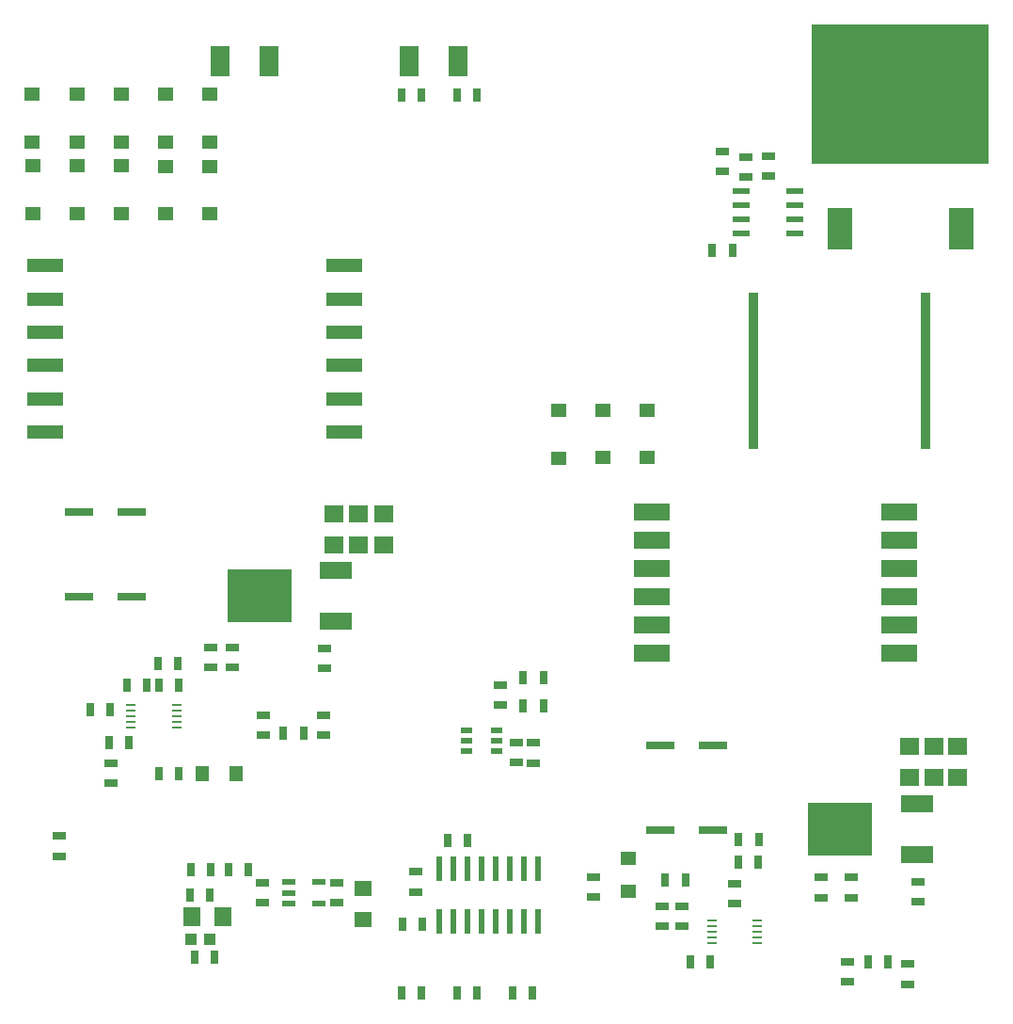
<source format=gtp>
G75*
%MOIN*%
%OFA0B0*%
%FSLAX25Y25*%
%IPPOS*%
%LPD*%
%AMOC8*
5,1,8,0,0,1.08239X$1,22.5*
%
%ADD10R,0.03150X0.04724*%
%ADD11R,0.05787X0.05000*%
%ADD12R,0.11811X0.06299*%
%ADD13R,0.22500X0.19000*%
%ADD14R,0.04724X0.03150*%
%ADD15R,0.07087X0.06299*%
%ADD16R,0.03445X0.00984*%
%ADD17R,0.13000X0.05000*%
%ADD18R,0.04724X0.05512*%
%ADD19R,0.13000X0.06000*%
%ADD20R,0.05512X0.04724*%
%ADD21R,0.04134X0.02362*%
%ADD22R,0.06102X0.02362*%
%ADD23R,0.04331X0.03937*%
%ADD24R,0.06299X0.07087*%
%ADD25R,0.10236X0.03150*%
%ADD26R,0.09134X0.15000*%
%ADD27R,0.62795X0.49409*%
%ADD28R,0.03543X0.55512*%
%ADD29R,0.02208X0.08583*%
%ADD30R,0.07087X0.10630*%
%ADD31R,0.04724X0.02362*%
%ADD32R,0.06299X0.05512*%
D10*
X0102279Y0038233D03*
X0109365Y0038233D03*
X0107680Y0060252D03*
X0100594Y0060252D03*
X0100890Y0069203D03*
X0107976Y0069203D03*
X0114090Y0069203D03*
X0121176Y0069203D03*
X0096541Y0103149D03*
X0089454Y0103149D03*
X0078954Y0114345D03*
X0071868Y0114345D03*
X0072243Y0126103D03*
X0065156Y0126103D03*
X0078194Y0134734D03*
X0085280Y0134734D03*
X0089476Y0134646D03*
X0096562Y0134646D03*
X0096269Y0142152D03*
X0089182Y0142152D03*
X0133690Y0117732D03*
X0140776Y0117732D03*
X0191957Y0079543D03*
X0199044Y0079543D03*
X0182902Y0049795D03*
X0175816Y0049795D03*
X0175422Y0025606D03*
X0182509Y0025606D03*
X0195107Y0025606D03*
X0202194Y0025606D03*
X0214792Y0025606D03*
X0221879Y0025606D03*
X0269049Y0065484D03*
X0276135Y0065484D03*
X0294931Y0072060D03*
X0302017Y0072060D03*
X0302117Y0079960D03*
X0295031Y0079960D03*
X0284871Y0036630D03*
X0277784Y0036630D03*
X0340776Y0036630D03*
X0347863Y0036630D03*
X0225816Y0127181D03*
X0218729Y0127181D03*
X0218729Y0137417D03*
X0225816Y0137417D03*
X0285658Y0288598D03*
X0292745Y0288598D03*
X0202194Y0343717D03*
X0195107Y0343717D03*
X0182509Y0343717D03*
X0175422Y0343717D03*
D11*
X0107668Y0343957D03*
X0091920Y0343957D03*
X0076172Y0343957D03*
X0060424Y0343957D03*
X0044676Y0343957D03*
X0044676Y0327028D03*
X0045054Y0318439D03*
X0060625Y0318490D03*
X0060424Y0327028D03*
X0076172Y0327028D03*
X0076225Y0318490D03*
X0091920Y0318367D03*
X0091920Y0327028D03*
X0107668Y0327028D03*
X0107668Y0318367D03*
X0107668Y0301438D03*
X0091920Y0301438D03*
X0076225Y0301561D03*
X0060625Y0301561D03*
X0045054Y0301510D03*
X0231343Y0232030D03*
X0246915Y0232080D03*
X0262515Y0232080D03*
X0262515Y0215151D03*
X0246915Y0215151D03*
X0231343Y0215101D03*
D12*
X0152331Y0175202D03*
X0152331Y0157249D03*
X0358180Y0092499D03*
X0358180Y0074546D03*
D13*
X0331022Y0083523D03*
X0125173Y0166225D03*
D14*
X0054099Y0074060D03*
X0054099Y0081146D03*
X0072666Y0100016D03*
X0072666Y0107102D03*
X0107989Y0140882D03*
X0107989Y0147969D03*
X0115639Y0147969D03*
X0115639Y0140882D03*
X0126603Y0124031D03*
X0126603Y0116945D03*
X0147863Y0116945D03*
X0147863Y0124031D03*
X0148294Y0140682D03*
X0148294Y0147769D03*
X0210461Y0134661D03*
X0210461Y0127575D03*
X0216367Y0114431D03*
X0222272Y0114189D03*
X0216367Y0107345D03*
X0222272Y0107102D03*
X0243532Y0066551D03*
X0243532Y0059465D03*
X0267854Y0056243D03*
X0267854Y0049157D03*
X0275034Y0049196D03*
X0275034Y0056283D03*
X0293674Y0057117D03*
X0293674Y0064203D03*
X0324074Y0066466D03*
X0324074Y0059380D03*
X0334874Y0059380D03*
X0334874Y0066466D03*
X0358474Y0065066D03*
X0358474Y0057980D03*
X0354950Y0035843D03*
X0354950Y0028756D03*
X0333690Y0029543D03*
X0333690Y0036630D03*
X0180556Y0061433D03*
X0180556Y0068520D03*
X0152587Y0064583D03*
X0152587Y0057496D03*
X0126209Y0057496D03*
X0126209Y0064583D03*
X0289202Y0316551D03*
X0289202Y0323638D03*
X0297724Y0321754D03*
X0305598Y0321984D03*
X0305598Y0314898D03*
X0297724Y0314668D03*
D15*
X0169125Y0195337D03*
X0160325Y0195337D03*
X0151725Y0195337D03*
X0151725Y0184313D03*
X0160325Y0184313D03*
X0169125Y0184313D03*
X0355474Y0113035D03*
X0364074Y0113035D03*
X0372474Y0113035D03*
X0372474Y0102011D03*
X0364074Y0102011D03*
X0355474Y0102011D03*
D16*
X0301654Y0051164D03*
X0301654Y0049195D03*
X0301654Y0047227D03*
X0301654Y0045258D03*
X0301654Y0043290D03*
X0285414Y0043290D03*
X0285414Y0045258D03*
X0285414Y0047227D03*
X0285414Y0049195D03*
X0285414Y0051164D03*
X0095805Y0119655D03*
X0095805Y0121624D03*
X0095805Y0123592D03*
X0095805Y0125561D03*
X0095805Y0127529D03*
X0079565Y0127529D03*
X0079565Y0125561D03*
X0079565Y0123592D03*
X0079565Y0121624D03*
X0079565Y0119655D03*
D17*
X0049120Y0224209D03*
X0049120Y0236009D03*
X0049120Y0247809D03*
X0049120Y0259609D03*
X0049120Y0271409D03*
X0049120Y0283209D03*
X0155120Y0283209D03*
X0155120Y0271409D03*
X0155120Y0259609D03*
X0155120Y0247809D03*
X0155120Y0236009D03*
X0155120Y0224209D03*
D18*
X0116743Y0103224D03*
X0104931Y0103224D03*
D19*
X0264069Y0146006D03*
X0264069Y0156006D03*
X0264069Y0166006D03*
X0264069Y0176006D03*
X0264069Y0186006D03*
X0264069Y0196006D03*
X0351869Y0196006D03*
X0351869Y0186006D03*
X0351869Y0176006D03*
X0351869Y0166006D03*
X0351869Y0156006D03*
X0351869Y0146006D03*
D20*
X0255797Y0073382D03*
X0255797Y0061571D03*
D21*
X0209200Y0111268D03*
X0209200Y0115008D03*
X0209200Y0118748D03*
X0198570Y0118748D03*
X0198570Y0115008D03*
X0198570Y0111268D03*
D22*
X0295976Y0294610D03*
X0295976Y0299610D03*
X0295976Y0304610D03*
X0295976Y0309610D03*
X0314874Y0309610D03*
X0314874Y0304610D03*
X0314874Y0299610D03*
X0314874Y0294610D03*
D23*
X0107509Y0044759D03*
X0100816Y0044759D03*
D24*
X0101173Y0052633D03*
X0112197Y0052633D03*
D25*
X0079986Y0165934D03*
X0061088Y0165934D03*
X0061088Y0195934D03*
X0079986Y0195934D03*
X0267151Y0113134D03*
X0286049Y0113134D03*
X0286049Y0083134D03*
X0267151Y0083134D03*
D26*
X0330917Y0296154D03*
X0373830Y0296154D03*
D27*
X0352373Y0344067D03*
D28*
X0361287Y0245943D03*
X0300263Y0245943D03*
D29*
X0224024Y0069561D03*
X0219024Y0069561D03*
X0214024Y0069561D03*
X0209024Y0069561D03*
X0204024Y0069561D03*
X0199024Y0069561D03*
X0194024Y0069561D03*
X0189024Y0069561D03*
X0189024Y0050943D03*
X0194024Y0050943D03*
X0199024Y0050943D03*
X0204024Y0050943D03*
X0209024Y0050943D03*
X0214024Y0050943D03*
X0219024Y0050943D03*
X0224024Y0050943D03*
D30*
X0195501Y0355528D03*
X0178178Y0355528D03*
X0128572Y0355528D03*
X0111249Y0355528D03*
D31*
X0135461Y0064780D03*
X0135461Y0061039D03*
X0135461Y0057299D03*
X0146091Y0057299D03*
X0146091Y0064780D03*
D32*
X0162036Y0062614D03*
X0162036Y0051591D03*
M02*

</source>
